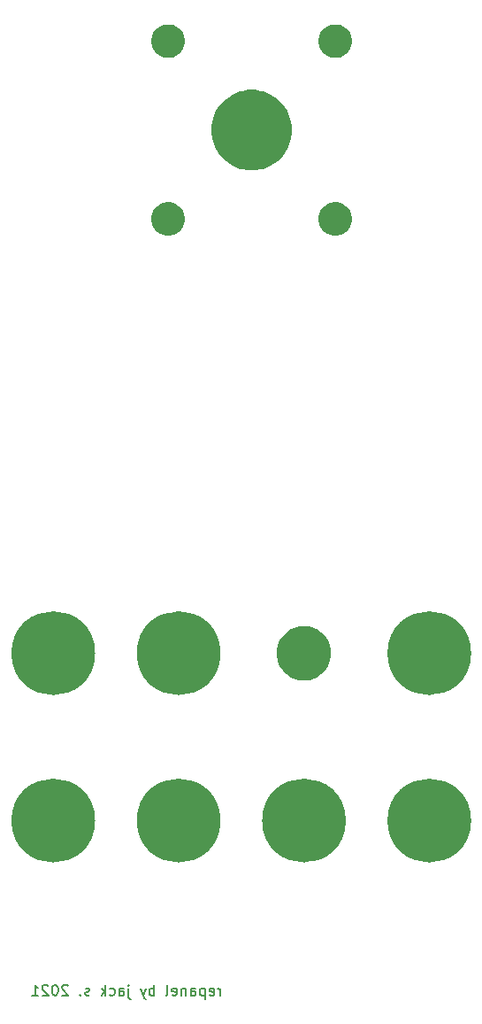
<source format=gbr>
G04 #@! TF.GenerationSoftware,KiCad,Pcbnew,(5.1.5-0)*
G04 #@! TF.CreationDate,2021-01-20T20:41:00-08:00*
G04 #@! TF.ProjectId,arseq,61727365-712e-46b6-9963-61645f706362,rev?*
G04 #@! TF.SameCoordinates,Original*
G04 #@! TF.FileFunction,Soldermask,Bot*
G04 #@! TF.FilePolarity,Negative*
%FSLAX46Y46*%
G04 Gerber Fmt 4.6, Leading zero omitted, Abs format (unit mm)*
G04 Created by KiCad (PCBNEW (5.1.5-0)) date 2021-01-20 20:41:00*
%MOMM*%
%LPD*%
G04 APERTURE LIST*
%ADD10C,1.000000*%
%ADD11C,0.150000*%
%ADD12C,0.100000*%
G04 APERTURE END LIST*
D10*
X46250000Y-104750000D02*
G75*
G03X46250000Y-104750000I-3500000J0D01*
G01*
X10250000Y-88750000D02*
G75*
G03X10250000Y-88750000I-3500000J0D01*
G01*
X46250000Y-88750000D02*
G75*
G03X46250000Y-88750000I-3500000J0D01*
G01*
D11*
X22726190Y-121452380D02*
X22726190Y-120785714D01*
X22726190Y-120976190D02*
X22678571Y-120880952D01*
X22630952Y-120833333D01*
X22535714Y-120785714D01*
X22440476Y-120785714D01*
X21726190Y-121404761D02*
X21821428Y-121452380D01*
X22011904Y-121452380D01*
X22107142Y-121404761D01*
X22154761Y-121309523D01*
X22154761Y-120928571D01*
X22107142Y-120833333D01*
X22011904Y-120785714D01*
X21821428Y-120785714D01*
X21726190Y-120833333D01*
X21678571Y-120928571D01*
X21678571Y-121023809D01*
X22154761Y-121119047D01*
X21250000Y-120785714D02*
X21250000Y-121785714D01*
X21250000Y-120833333D02*
X21154761Y-120785714D01*
X20964285Y-120785714D01*
X20869047Y-120833333D01*
X20821428Y-120880952D01*
X20773809Y-120976190D01*
X20773809Y-121261904D01*
X20821428Y-121357142D01*
X20869047Y-121404761D01*
X20964285Y-121452380D01*
X21154761Y-121452380D01*
X21250000Y-121404761D01*
X19916666Y-121452380D02*
X19916666Y-120928571D01*
X19964285Y-120833333D01*
X20059523Y-120785714D01*
X20250000Y-120785714D01*
X20345238Y-120833333D01*
X19916666Y-121404761D02*
X20011904Y-121452380D01*
X20250000Y-121452380D01*
X20345238Y-121404761D01*
X20392857Y-121309523D01*
X20392857Y-121214285D01*
X20345238Y-121119047D01*
X20250000Y-121071428D01*
X20011904Y-121071428D01*
X19916666Y-121023809D01*
X19440476Y-120785714D02*
X19440476Y-121452380D01*
X19440476Y-120880952D02*
X19392857Y-120833333D01*
X19297619Y-120785714D01*
X19154761Y-120785714D01*
X19059523Y-120833333D01*
X19011904Y-120928571D01*
X19011904Y-121452380D01*
X18154761Y-121404761D02*
X18250000Y-121452380D01*
X18440476Y-121452380D01*
X18535714Y-121404761D01*
X18583333Y-121309523D01*
X18583333Y-120928571D01*
X18535714Y-120833333D01*
X18440476Y-120785714D01*
X18250000Y-120785714D01*
X18154761Y-120833333D01*
X18107142Y-120928571D01*
X18107142Y-121023809D01*
X18583333Y-121119047D01*
X17535714Y-121452380D02*
X17630952Y-121404761D01*
X17678571Y-121309523D01*
X17678571Y-120452380D01*
X16392857Y-121452380D02*
X16392857Y-120452380D01*
X16392857Y-120833333D02*
X16297619Y-120785714D01*
X16107142Y-120785714D01*
X16011904Y-120833333D01*
X15964285Y-120880952D01*
X15916666Y-120976190D01*
X15916666Y-121261904D01*
X15964285Y-121357142D01*
X16011904Y-121404761D01*
X16107142Y-121452380D01*
X16297619Y-121452380D01*
X16392857Y-121404761D01*
X15583333Y-120785714D02*
X15345238Y-121452380D01*
X15107142Y-120785714D02*
X15345238Y-121452380D01*
X15440476Y-121690476D01*
X15488095Y-121738095D01*
X15583333Y-121785714D01*
X13964285Y-120785714D02*
X13964285Y-121642857D01*
X14011904Y-121738095D01*
X14107142Y-121785714D01*
X14154761Y-121785714D01*
X13964285Y-120452380D02*
X14011904Y-120500000D01*
X13964285Y-120547619D01*
X13916666Y-120500000D01*
X13964285Y-120452380D01*
X13964285Y-120547619D01*
X13059523Y-121452380D02*
X13059523Y-120928571D01*
X13107142Y-120833333D01*
X13202380Y-120785714D01*
X13392857Y-120785714D01*
X13488095Y-120833333D01*
X13059523Y-121404761D02*
X13154761Y-121452380D01*
X13392857Y-121452380D01*
X13488095Y-121404761D01*
X13535714Y-121309523D01*
X13535714Y-121214285D01*
X13488095Y-121119047D01*
X13392857Y-121071428D01*
X13154761Y-121071428D01*
X13059523Y-121023809D01*
X12154761Y-121404761D02*
X12250000Y-121452380D01*
X12440476Y-121452380D01*
X12535714Y-121404761D01*
X12583333Y-121357142D01*
X12630952Y-121261904D01*
X12630952Y-120976190D01*
X12583333Y-120880952D01*
X12535714Y-120833333D01*
X12440476Y-120785714D01*
X12250000Y-120785714D01*
X12154761Y-120833333D01*
X11726190Y-121452380D02*
X11726190Y-120452380D01*
X11630952Y-121071428D02*
X11345238Y-121452380D01*
X11345238Y-120785714D02*
X11726190Y-121166666D01*
X10202380Y-121404761D02*
X10107142Y-121452380D01*
X9916666Y-121452380D01*
X9821428Y-121404761D01*
X9773809Y-121309523D01*
X9773809Y-121261904D01*
X9821428Y-121166666D01*
X9916666Y-121119047D01*
X10059523Y-121119047D01*
X10154761Y-121071428D01*
X10202380Y-120976190D01*
X10202380Y-120928571D01*
X10154761Y-120833333D01*
X10059523Y-120785714D01*
X9916666Y-120785714D01*
X9821428Y-120833333D01*
X9345238Y-121357142D02*
X9297619Y-121404761D01*
X9345238Y-121452380D01*
X9392857Y-121404761D01*
X9345238Y-121357142D01*
X9345238Y-121452380D01*
X8154761Y-120547619D02*
X8107142Y-120500000D01*
X8011904Y-120452380D01*
X7773809Y-120452380D01*
X7678571Y-120500000D01*
X7630952Y-120547619D01*
X7583333Y-120642857D01*
X7583333Y-120738095D01*
X7630952Y-120880952D01*
X8202380Y-121452380D01*
X7583333Y-121452380D01*
X6964285Y-120452380D02*
X6869047Y-120452380D01*
X6773809Y-120500000D01*
X6726190Y-120547619D01*
X6678571Y-120642857D01*
X6630952Y-120833333D01*
X6630952Y-121071428D01*
X6678571Y-121261904D01*
X6726190Y-121357142D01*
X6773809Y-121404761D01*
X6869047Y-121452380D01*
X6964285Y-121452380D01*
X7059523Y-121404761D01*
X7107142Y-121357142D01*
X7154761Y-121261904D01*
X7202380Y-121071428D01*
X7202380Y-120833333D01*
X7154761Y-120642857D01*
X7107142Y-120547619D01*
X7059523Y-120500000D01*
X6964285Y-120452380D01*
X6250000Y-120547619D02*
X6202380Y-120500000D01*
X6107142Y-120452380D01*
X5869047Y-120452380D01*
X5773809Y-120500000D01*
X5726190Y-120547619D01*
X5678571Y-120642857D01*
X5678571Y-120738095D01*
X5726190Y-120880952D01*
X6297619Y-121452380D01*
X5678571Y-121452380D01*
X4726190Y-121452380D02*
X5297619Y-121452380D01*
X5011904Y-121452380D02*
X5011904Y-120452380D01*
X5107142Y-120595238D01*
X5202380Y-120690476D01*
X5297619Y-120738095D01*
D10*
X22250000Y-88750000D02*
G75*
G03X22250000Y-88750000I-3500000J0D01*
G01*
X10250000Y-104750000D02*
G75*
G03X10250000Y-104750000I-3500000J0D01*
G01*
X22250000Y-104750000D02*
G75*
G03X22250000Y-104750000I-3500000J0D01*
G01*
X34250000Y-104750000D02*
G75*
G03X34250000Y-104750000I-3500000J0D01*
G01*
D12*
G36*
X43354975Y-101708585D02*
G01*
X43654528Y-101768170D01*
X44218874Y-102001930D01*
X44726772Y-102341296D01*
X45158704Y-102773228D01*
X45498070Y-103281126D01*
X45731830Y-103845472D01*
X45851000Y-104444578D01*
X45851000Y-105055422D01*
X45731830Y-105654528D01*
X45498070Y-106218874D01*
X45158704Y-106726772D01*
X44726772Y-107158704D01*
X44218874Y-107498070D01*
X43654528Y-107731830D01*
X43354975Y-107791415D01*
X43055423Y-107851000D01*
X42444577Y-107851000D01*
X42145025Y-107791415D01*
X41845472Y-107731830D01*
X41281126Y-107498070D01*
X40773228Y-107158704D01*
X40341296Y-106726772D01*
X40001930Y-106218874D01*
X39768170Y-105654528D01*
X39649000Y-105055422D01*
X39649000Y-104444578D01*
X39768170Y-103845472D01*
X40001930Y-103281126D01*
X40341296Y-102773228D01*
X40773228Y-102341296D01*
X41281126Y-102001930D01*
X41845472Y-101768170D01*
X42145025Y-101708585D01*
X42444577Y-101649000D01*
X43055423Y-101649000D01*
X43354975Y-101708585D01*
G37*
G36*
X31354975Y-101708585D02*
G01*
X31654528Y-101768170D01*
X32218874Y-102001930D01*
X32726772Y-102341296D01*
X33158704Y-102773228D01*
X33498070Y-103281126D01*
X33731830Y-103845472D01*
X33851000Y-104444578D01*
X33851000Y-105055422D01*
X33731830Y-105654528D01*
X33498070Y-106218874D01*
X33158704Y-106726772D01*
X32726772Y-107158704D01*
X32218874Y-107498070D01*
X31654528Y-107731830D01*
X31354975Y-107791415D01*
X31055423Y-107851000D01*
X30444577Y-107851000D01*
X30145025Y-107791415D01*
X29845472Y-107731830D01*
X29281126Y-107498070D01*
X28773228Y-107158704D01*
X28341296Y-106726772D01*
X28001930Y-106218874D01*
X27768170Y-105654528D01*
X27649000Y-105055422D01*
X27649000Y-104444578D01*
X27768170Y-103845472D01*
X28001930Y-103281126D01*
X28341296Y-102773228D01*
X28773228Y-102341296D01*
X29281126Y-102001930D01*
X29845472Y-101768170D01*
X30145025Y-101708585D01*
X30444577Y-101649000D01*
X31055423Y-101649000D01*
X31354975Y-101708585D01*
G37*
G36*
X19354975Y-101708585D02*
G01*
X19654528Y-101768170D01*
X20218874Y-102001930D01*
X20726772Y-102341296D01*
X21158704Y-102773228D01*
X21498070Y-103281126D01*
X21731830Y-103845472D01*
X21851000Y-104444578D01*
X21851000Y-105055422D01*
X21731830Y-105654528D01*
X21498070Y-106218874D01*
X21158704Y-106726772D01*
X20726772Y-107158704D01*
X20218874Y-107498070D01*
X19654528Y-107731830D01*
X19354975Y-107791415D01*
X19055423Y-107851000D01*
X18444577Y-107851000D01*
X18145025Y-107791415D01*
X17845472Y-107731830D01*
X17281126Y-107498070D01*
X16773228Y-107158704D01*
X16341296Y-106726772D01*
X16001930Y-106218874D01*
X15768170Y-105654528D01*
X15649000Y-105055422D01*
X15649000Y-104444578D01*
X15768170Y-103845472D01*
X16001930Y-103281126D01*
X16341296Y-102773228D01*
X16773228Y-102341296D01*
X17281126Y-102001930D01*
X17845472Y-101768170D01*
X18145025Y-101708585D01*
X18444577Y-101649000D01*
X19055423Y-101649000D01*
X19354975Y-101708585D01*
G37*
G36*
X7354975Y-101708585D02*
G01*
X7654528Y-101768170D01*
X8218874Y-102001930D01*
X8726772Y-102341296D01*
X9158704Y-102773228D01*
X9498070Y-103281126D01*
X9731830Y-103845472D01*
X9851000Y-104444578D01*
X9851000Y-105055422D01*
X9731830Y-105654528D01*
X9498070Y-106218874D01*
X9158704Y-106726772D01*
X8726772Y-107158704D01*
X8218874Y-107498070D01*
X7654528Y-107731830D01*
X7354975Y-107791415D01*
X7055423Y-107851000D01*
X6444577Y-107851000D01*
X6145025Y-107791415D01*
X5845472Y-107731830D01*
X5281126Y-107498070D01*
X4773228Y-107158704D01*
X4341296Y-106726772D01*
X4001930Y-106218874D01*
X3768170Y-105654528D01*
X3649000Y-105055422D01*
X3649000Y-104444578D01*
X3768170Y-103845472D01*
X4001930Y-103281126D01*
X4341296Y-102773228D01*
X4773228Y-102341296D01*
X5281126Y-102001930D01*
X5845472Y-101768170D01*
X6145025Y-101708585D01*
X6444577Y-101649000D01*
X7055423Y-101649000D01*
X7354975Y-101708585D01*
G37*
G36*
X43354975Y-85708585D02*
G01*
X43654528Y-85768170D01*
X44218874Y-86001930D01*
X44726772Y-86341296D01*
X45158704Y-86773228D01*
X45498070Y-87281126D01*
X45731830Y-87845472D01*
X45851000Y-88444578D01*
X45851000Y-89055422D01*
X45731830Y-89654528D01*
X45498070Y-90218874D01*
X45158704Y-90726772D01*
X44726772Y-91158704D01*
X44218874Y-91498070D01*
X43654528Y-91731830D01*
X43354975Y-91791415D01*
X43055423Y-91851000D01*
X42444577Y-91851000D01*
X42145025Y-91791415D01*
X41845472Y-91731830D01*
X41281126Y-91498070D01*
X40773228Y-91158704D01*
X40341296Y-90726772D01*
X40001930Y-90218874D01*
X39768170Y-89654528D01*
X39649000Y-89055422D01*
X39649000Y-88444578D01*
X39768170Y-87845472D01*
X40001930Y-87281126D01*
X40341296Y-86773228D01*
X40773228Y-86341296D01*
X41281126Y-86001930D01*
X41845472Y-85768170D01*
X42145025Y-85708585D01*
X42444577Y-85649000D01*
X43055423Y-85649000D01*
X43354975Y-85708585D01*
G37*
G36*
X19354975Y-85708585D02*
G01*
X19654528Y-85768170D01*
X20218874Y-86001930D01*
X20726772Y-86341296D01*
X21158704Y-86773228D01*
X21498070Y-87281126D01*
X21731830Y-87845472D01*
X21851000Y-88444578D01*
X21851000Y-89055422D01*
X21731830Y-89654528D01*
X21498070Y-90218874D01*
X21158704Y-90726772D01*
X20726772Y-91158704D01*
X20218874Y-91498070D01*
X19654528Y-91731830D01*
X19354975Y-91791415D01*
X19055423Y-91851000D01*
X18444577Y-91851000D01*
X18145025Y-91791415D01*
X17845472Y-91731830D01*
X17281126Y-91498070D01*
X16773228Y-91158704D01*
X16341296Y-90726772D01*
X16001930Y-90218874D01*
X15768170Y-89654528D01*
X15649000Y-89055422D01*
X15649000Y-88444578D01*
X15768170Y-87845472D01*
X16001930Y-87281126D01*
X16341296Y-86773228D01*
X16773228Y-86341296D01*
X17281126Y-86001930D01*
X17845472Y-85768170D01*
X18145025Y-85708585D01*
X18444577Y-85649000D01*
X19055423Y-85649000D01*
X19354975Y-85708585D01*
G37*
G36*
X7354975Y-85708585D02*
G01*
X7654528Y-85768170D01*
X8218874Y-86001930D01*
X8726772Y-86341296D01*
X9158704Y-86773228D01*
X9498070Y-87281126D01*
X9731830Y-87845472D01*
X9851000Y-88444578D01*
X9851000Y-89055422D01*
X9731830Y-89654528D01*
X9498070Y-90218874D01*
X9158704Y-90726772D01*
X8726772Y-91158704D01*
X8218874Y-91498070D01*
X7654528Y-91731830D01*
X7354975Y-91791415D01*
X7055423Y-91851000D01*
X6444577Y-91851000D01*
X6145025Y-91791415D01*
X5845472Y-91731830D01*
X5281126Y-91498070D01*
X4773228Y-91158704D01*
X4341296Y-90726772D01*
X4001930Y-90218874D01*
X3768170Y-89654528D01*
X3649000Y-89055422D01*
X3649000Y-88444578D01*
X3768170Y-87845472D01*
X4001930Y-87281126D01*
X4341296Y-86773228D01*
X4773228Y-86341296D01*
X5281126Y-86001930D01*
X5845472Y-85768170D01*
X6145025Y-85708585D01*
X6444577Y-85649000D01*
X7055423Y-85649000D01*
X7354975Y-85708585D01*
G37*
G36*
X31257430Y-86198977D02*
G01*
X31508684Y-86248955D01*
X31704752Y-86330169D01*
X31982034Y-86445023D01*
X31982035Y-86445024D01*
X32408041Y-86729671D01*
X32770329Y-87091959D01*
X32896726Y-87281126D01*
X33054977Y-87517966D01*
X33251045Y-87991317D01*
X33351000Y-88493823D01*
X33351000Y-89006177D01*
X33251045Y-89508683D01*
X33054977Y-89982034D01*
X33054976Y-89982035D01*
X32770329Y-90408041D01*
X32408041Y-90770329D01*
X32123393Y-90960524D01*
X31982034Y-91054977D01*
X31731614Y-91158704D01*
X31508684Y-91251045D01*
X31257430Y-91301022D01*
X31006177Y-91351000D01*
X30493823Y-91351000D01*
X30242570Y-91301022D01*
X29991316Y-91251045D01*
X29768386Y-91158704D01*
X29517966Y-91054977D01*
X29376607Y-90960524D01*
X29091959Y-90770329D01*
X28729671Y-90408041D01*
X28445024Y-89982035D01*
X28445023Y-89982034D01*
X28248955Y-89508683D01*
X28149000Y-89006177D01*
X28149000Y-88493823D01*
X28248955Y-87991317D01*
X28445023Y-87517966D01*
X28603274Y-87281126D01*
X28729671Y-87091959D01*
X29091959Y-86729671D01*
X29517965Y-86445024D01*
X29517966Y-86445023D01*
X29795248Y-86330169D01*
X29991316Y-86248955D01*
X30242570Y-86198977D01*
X30493823Y-86149000D01*
X31006177Y-86149000D01*
X31257430Y-86198977D01*
G37*
G36*
X33946217Y-45656665D02*
G01*
X34216995Y-45710525D01*
X34508358Y-45831212D01*
X34770578Y-46006422D01*
X34993578Y-46229422D01*
X35168788Y-46491642D01*
X35289475Y-46783005D01*
X35351000Y-47092315D01*
X35351000Y-47407685D01*
X35289475Y-47716995D01*
X35168788Y-48008358D01*
X34993578Y-48270578D01*
X34770578Y-48493578D01*
X34508358Y-48668788D01*
X34216995Y-48789475D01*
X33946217Y-48843335D01*
X33907686Y-48851000D01*
X33592314Y-48851000D01*
X33553783Y-48843335D01*
X33283005Y-48789475D01*
X32991642Y-48668788D01*
X32729422Y-48493578D01*
X32506422Y-48270578D01*
X32331212Y-48008358D01*
X32210525Y-47716995D01*
X32149000Y-47407685D01*
X32149000Y-47092315D01*
X32210525Y-46783005D01*
X32331212Y-46491642D01*
X32506422Y-46229422D01*
X32729422Y-46006422D01*
X32991642Y-45831212D01*
X33283005Y-45710525D01*
X33553783Y-45656665D01*
X33592314Y-45649000D01*
X33907686Y-45649000D01*
X33946217Y-45656665D01*
G37*
G36*
X17946217Y-45656665D02*
G01*
X18216995Y-45710525D01*
X18508358Y-45831212D01*
X18770578Y-46006422D01*
X18993578Y-46229422D01*
X19168788Y-46491642D01*
X19289475Y-46783005D01*
X19351000Y-47092315D01*
X19351000Y-47407685D01*
X19289475Y-47716995D01*
X19168788Y-48008358D01*
X18993578Y-48270578D01*
X18770578Y-48493578D01*
X18508358Y-48668788D01*
X18216995Y-48789475D01*
X17946217Y-48843335D01*
X17907686Y-48851000D01*
X17592314Y-48851000D01*
X17553783Y-48843335D01*
X17283005Y-48789475D01*
X16991642Y-48668788D01*
X16729422Y-48493578D01*
X16506422Y-48270578D01*
X16331212Y-48008358D01*
X16210525Y-47716995D01*
X16149000Y-47407685D01*
X16149000Y-47092315D01*
X16210525Y-46783005D01*
X16331212Y-46491642D01*
X16506422Y-46229422D01*
X16729422Y-46006422D01*
X16991642Y-45831212D01*
X17283005Y-45710525D01*
X17553783Y-45656665D01*
X17592314Y-45649000D01*
X17907686Y-45649000D01*
X17946217Y-45656665D01*
G37*
G36*
X26625293Y-34997661D02*
G01*
X26873295Y-35046992D01*
X27574132Y-35337288D01*
X28204869Y-35758733D01*
X28741267Y-36295131D01*
X29162712Y-36925868D01*
X29453008Y-37626705D01*
X29601000Y-38370710D01*
X29601000Y-39129290D01*
X29453008Y-39873295D01*
X29162712Y-40574132D01*
X28741267Y-41204869D01*
X28204869Y-41741267D01*
X27574132Y-42162712D01*
X26873295Y-42453008D01*
X26625293Y-42502339D01*
X26129292Y-42601000D01*
X25370708Y-42601000D01*
X24874707Y-42502339D01*
X24626705Y-42453008D01*
X23925868Y-42162712D01*
X23295131Y-41741267D01*
X22758733Y-41204869D01*
X22337288Y-40574132D01*
X22046992Y-39873295D01*
X21899000Y-39129290D01*
X21899000Y-38370710D01*
X22046992Y-37626705D01*
X22337288Y-36925868D01*
X22758733Y-36295131D01*
X23295131Y-35758733D01*
X23925868Y-35337288D01*
X24626705Y-35046992D01*
X24874707Y-34997661D01*
X25370708Y-34899000D01*
X26129292Y-34899000D01*
X26625293Y-34997661D01*
G37*
G36*
X33946217Y-28656665D02*
G01*
X34216995Y-28710525D01*
X34508358Y-28831212D01*
X34770578Y-29006422D01*
X34993578Y-29229422D01*
X35168788Y-29491642D01*
X35289475Y-29783005D01*
X35351000Y-30092315D01*
X35351000Y-30407685D01*
X35289475Y-30716995D01*
X35168788Y-31008358D01*
X34993578Y-31270578D01*
X34770578Y-31493578D01*
X34508358Y-31668788D01*
X34216995Y-31789475D01*
X33946217Y-31843335D01*
X33907686Y-31851000D01*
X33592314Y-31851000D01*
X33553783Y-31843335D01*
X33283005Y-31789475D01*
X32991642Y-31668788D01*
X32729422Y-31493578D01*
X32506422Y-31270578D01*
X32331212Y-31008358D01*
X32210525Y-30716995D01*
X32149000Y-30407685D01*
X32149000Y-30092315D01*
X32210525Y-29783005D01*
X32331212Y-29491642D01*
X32506422Y-29229422D01*
X32729422Y-29006422D01*
X32991642Y-28831212D01*
X33283005Y-28710525D01*
X33553783Y-28656665D01*
X33592314Y-28649000D01*
X33907686Y-28649000D01*
X33946217Y-28656665D01*
G37*
G36*
X17946217Y-28656665D02*
G01*
X18216995Y-28710525D01*
X18508358Y-28831212D01*
X18770578Y-29006422D01*
X18993578Y-29229422D01*
X19168788Y-29491642D01*
X19289475Y-29783005D01*
X19351000Y-30092315D01*
X19351000Y-30407685D01*
X19289475Y-30716995D01*
X19168788Y-31008358D01*
X18993578Y-31270578D01*
X18770578Y-31493578D01*
X18508358Y-31668788D01*
X18216995Y-31789475D01*
X17946217Y-31843335D01*
X17907686Y-31851000D01*
X17592314Y-31851000D01*
X17553783Y-31843335D01*
X17283005Y-31789475D01*
X16991642Y-31668788D01*
X16729422Y-31493578D01*
X16506422Y-31270578D01*
X16331212Y-31008358D01*
X16210525Y-30716995D01*
X16149000Y-30407685D01*
X16149000Y-30092315D01*
X16210525Y-29783005D01*
X16331212Y-29491642D01*
X16506422Y-29229422D01*
X16729422Y-29006422D01*
X16991642Y-28831212D01*
X17283005Y-28710525D01*
X17553783Y-28656665D01*
X17592314Y-28649000D01*
X17907686Y-28649000D01*
X17946217Y-28656665D01*
G37*
M02*

</source>
